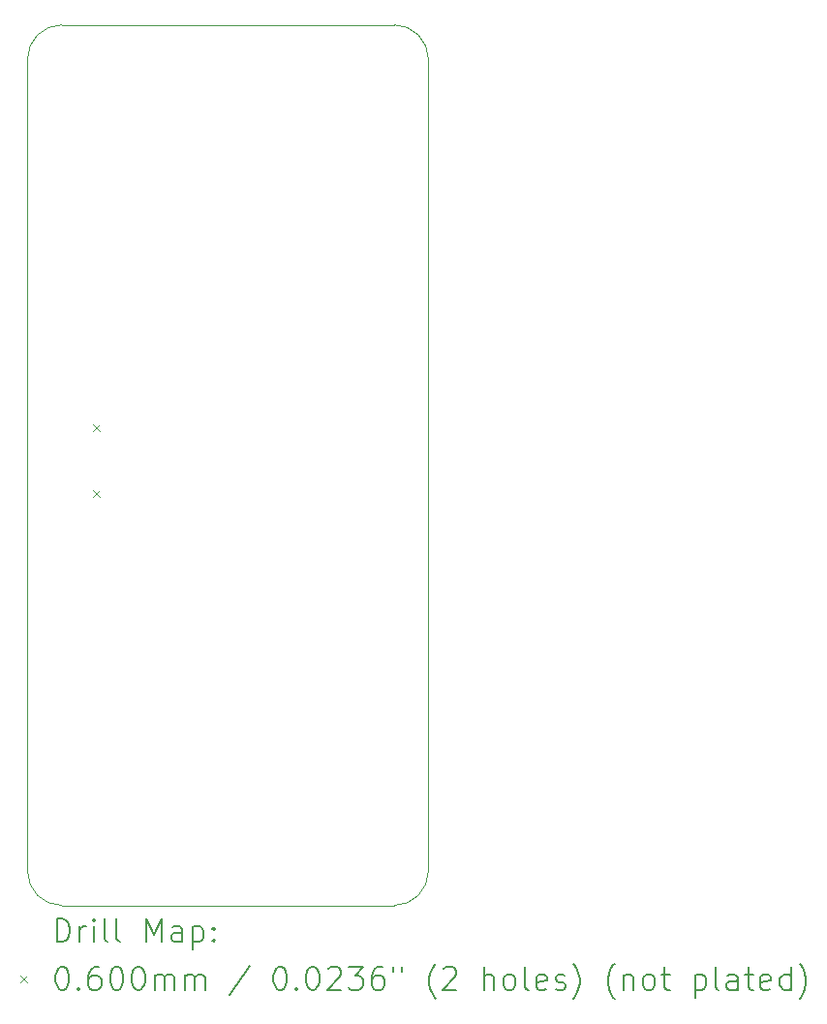
<source format=gbr>
%TF.GenerationSoftware,KiCad,Pcbnew,7.0.5*%
%TF.CreationDate,2023-06-15T17:11:42+02:00*%
%TF.ProjectId,euroc_controller,6575726f-635f-4636-9f6e-74726f6c6c65,rev?*%
%TF.SameCoordinates,Original*%
%TF.FileFunction,Drillmap*%
%TF.FilePolarity,Positive*%
%FSLAX45Y45*%
G04 Gerber Fmt 4.5, Leading zero omitted, Abs format (unit mm)*
G04 Created by KiCad (PCBNEW 7.0.5) date 2023-06-15 17:11:42*
%MOMM*%
%LPD*%
G01*
G04 APERTURE LIST*
%ADD10C,0.100000*%
%ADD11C,0.200000*%
%ADD12C,0.060000*%
G04 APERTURE END LIST*
D10*
X16733800Y-4445000D02*
G75*
G03*
X16433800Y-4745000I0J-300000D01*
G01*
X16433800Y-4745000D02*
X16433800Y-11841200D01*
X19939000Y-4745000D02*
G75*
G03*
X19639000Y-4445000I-300000J0D01*
G01*
X19639000Y-4445000D02*
X16733800Y-4445000D01*
X16733800Y-12141200D02*
X19639000Y-12141200D01*
X19639000Y-12141200D02*
G75*
G03*
X19939000Y-11841200I0J300000D01*
G01*
X16433800Y-11841200D02*
G75*
G03*
X16733800Y-12141200I300000J0D01*
G01*
X19939000Y-11841200D02*
X19939000Y-4745000D01*
D11*
D12*
X17006000Y-7936000D02*
X17066000Y-7996000D01*
X17066000Y-7936000D02*
X17006000Y-7996000D01*
X17006000Y-8514000D02*
X17066000Y-8574000D01*
X17066000Y-8514000D02*
X17006000Y-8574000D01*
D11*
X16689577Y-12457684D02*
X16689577Y-12257684D01*
X16689577Y-12257684D02*
X16737196Y-12257684D01*
X16737196Y-12257684D02*
X16765767Y-12267208D01*
X16765767Y-12267208D02*
X16784815Y-12286255D01*
X16784815Y-12286255D02*
X16794339Y-12305303D01*
X16794339Y-12305303D02*
X16803863Y-12343398D01*
X16803863Y-12343398D02*
X16803863Y-12371969D01*
X16803863Y-12371969D02*
X16794339Y-12410065D01*
X16794339Y-12410065D02*
X16784815Y-12429112D01*
X16784815Y-12429112D02*
X16765767Y-12448160D01*
X16765767Y-12448160D02*
X16737196Y-12457684D01*
X16737196Y-12457684D02*
X16689577Y-12457684D01*
X16889577Y-12457684D02*
X16889577Y-12324350D01*
X16889577Y-12362446D02*
X16899101Y-12343398D01*
X16899101Y-12343398D02*
X16908624Y-12333874D01*
X16908624Y-12333874D02*
X16927672Y-12324350D01*
X16927672Y-12324350D02*
X16946720Y-12324350D01*
X17013386Y-12457684D02*
X17013386Y-12324350D01*
X17013386Y-12257684D02*
X17003863Y-12267208D01*
X17003863Y-12267208D02*
X17013386Y-12276731D01*
X17013386Y-12276731D02*
X17022910Y-12267208D01*
X17022910Y-12267208D02*
X17013386Y-12257684D01*
X17013386Y-12257684D02*
X17013386Y-12276731D01*
X17137196Y-12457684D02*
X17118148Y-12448160D01*
X17118148Y-12448160D02*
X17108624Y-12429112D01*
X17108624Y-12429112D02*
X17108624Y-12257684D01*
X17241958Y-12457684D02*
X17222910Y-12448160D01*
X17222910Y-12448160D02*
X17213386Y-12429112D01*
X17213386Y-12429112D02*
X17213386Y-12257684D01*
X17470529Y-12457684D02*
X17470529Y-12257684D01*
X17470529Y-12257684D02*
X17537196Y-12400541D01*
X17537196Y-12400541D02*
X17603863Y-12257684D01*
X17603863Y-12257684D02*
X17603863Y-12457684D01*
X17784815Y-12457684D02*
X17784815Y-12352922D01*
X17784815Y-12352922D02*
X17775291Y-12333874D01*
X17775291Y-12333874D02*
X17756244Y-12324350D01*
X17756244Y-12324350D02*
X17718148Y-12324350D01*
X17718148Y-12324350D02*
X17699101Y-12333874D01*
X17784815Y-12448160D02*
X17765767Y-12457684D01*
X17765767Y-12457684D02*
X17718148Y-12457684D01*
X17718148Y-12457684D02*
X17699101Y-12448160D01*
X17699101Y-12448160D02*
X17689577Y-12429112D01*
X17689577Y-12429112D02*
X17689577Y-12410065D01*
X17689577Y-12410065D02*
X17699101Y-12391017D01*
X17699101Y-12391017D02*
X17718148Y-12381493D01*
X17718148Y-12381493D02*
X17765767Y-12381493D01*
X17765767Y-12381493D02*
X17784815Y-12371969D01*
X17880053Y-12324350D02*
X17880053Y-12524350D01*
X17880053Y-12333874D02*
X17899101Y-12324350D01*
X17899101Y-12324350D02*
X17937196Y-12324350D01*
X17937196Y-12324350D02*
X17956244Y-12333874D01*
X17956244Y-12333874D02*
X17965767Y-12343398D01*
X17965767Y-12343398D02*
X17975291Y-12362446D01*
X17975291Y-12362446D02*
X17975291Y-12419588D01*
X17975291Y-12419588D02*
X17965767Y-12438636D01*
X17965767Y-12438636D02*
X17956244Y-12448160D01*
X17956244Y-12448160D02*
X17937196Y-12457684D01*
X17937196Y-12457684D02*
X17899101Y-12457684D01*
X17899101Y-12457684D02*
X17880053Y-12448160D01*
X18061005Y-12438636D02*
X18070529Y-12448160D01*
X18070529Y-12448160D02*
X18061005Y-12457684D01*
X18061005Y-12457684D02*
X18051482Y-12448160D01*
X18051482Y-12448160D02*
X18061005Y-12438636D01*
X18061005Y-12438636D02*
X18061005Y-12457684D01*
X18061005Y-12333874D02*
X18070529Y-12343398D01*
X18070529Y-12343398D02*
X18061005Y-12352922D01*
X18061005Y-12352922D02*
X18051482Y-12343398D01*
X18051482Y-12343398D02*
X18061005Y-12333874D01*
X18061005Y-12333874D02*
X18061005Y-12352922D01*
D12*
X16368800Y-12756200D02*
X16428800Y-12816200D01*
X16428800Y-12756200D02*
X16368800Y-12816200D01*
D11*
X16727672Y-12677684D02*
X16746720Y-12677684D01*
X16746720Y-12677684D02*
X16765767Y-12687208D01*
X16765767Y-12687208D02*
X16775291Y-12696731D01*
X16775291Y-12696731D02*
X16784815Y-12715779D01*
X16784815Y-12715779D02*
X16794339Y-12753874D01*
X16794339Y-12753874D02*
X16794339Y-12801493D01*
X16794339Y-12801493D02*
X16784815Y-12839588D01*
X16784815Y-12839588D02*
X16775291Y-12858636D01*
X16775291Y-12858636D02*
X16765767Y-12868160D01*
X16765767Y-12868160D02*
X16746720Y-12877684D01*
X16746720Y-12877684D02*
X16727672Y-12877684D01*
X16727672Y-12877684D02*
X16708624Y-12868160D01*
X16708624Y-12868160D02*
X16699101Y-12858636D01*
X16699101Y-12858636D02*
X16689577Y-12839588D01*
X16689577Y-12839588D02*
X16680053Y-12801493D01*
X16680053Y-12801493D02*
X16680053Y-12753874D01*
X16680053Y-12753874D02*
X16689577Y-12715779D01*
X16689577Y-12715779D02*
X16699101Y-12696731D01*
X16699101Y-12696731D02*
X16708624Y-12687208D01*
X16708624Y-12687208D02*
X16727672Y-12677684D01*
X16880053Y-12858636D02*
X16889577Y-12868160D01*
X16889577Y-12868160D02*
X16880053Y-12877684D01*
X16880053Y-12877684D02*
X16870529Y-12868160D01*
X16870529Y-12868160D02*
X16880053Y-12858636D01*
X16880053Y-12858636D02*
X16880053Y-12877684D01*
X17061005Y-12677684D02*
X17022910Y-12677684D01*
X17022910Y-12677684D02*
X17003863Y-12687208D01*
X17003863Y-12687208D02*
X16994339Y-12696731D01*
X16994339Y-12696731D02*
X16975291Y-12725303D01*
X16975291Y-12725303D02*
X16965767Y-12763398D01*
X16965767Y-12763398D02*
X16965767Y-12839588D01*
X16965767Y-12839588D02*
X16975291Y-12858636D01*
X16975291Y-12858636D02*
X16984815Y-12868160D01*
X16984815Y-12868160D02*
X17003863Y-12877684D01*
X17003863Y-12877684D02*
X17041958Y-12877684D01*
X17041958Y-12877684D02*
X17061005Y-12868160D01*
X17061005Y-12868160D02*
X17070529Y-12858636D01*
X17070529Y-12858636D02*
X17080053Y-12839588D01*
X17080053Y-12839588D02*
X17080053Y-12791969D01*
X17080053Y-12791969D02*
X17070529Y-12772922D01*
X17070529Y-12772922D02*
X17061005Y-12763398D01*
X17061005Y-12763398D02*
X17041958Y-12753874D01*
X17041958Y-12753874D02*
X17003863Y-12753874D01*
X17003863Y-12753874D02*
X16984815Y-12763398D01*
X16984815Y-12763398D02*
X16975291Y-12772922D01*
X16975291Y-12772922D02*
X16965767Y-12791969D01*
X17203863Y-12677684D02*
X17222910Y-12677684D01*
X17222910Y-12677684D02*
X17241958Y-12687208D01*
X17241958Y-12687208D02*
X17251482Y-12696731D01*
X17251482Y-12696731D02*
X17261005Y-12715779D01*
X17261005Y-12715779D02*
X17270529Y-12753874D01*
X17270529Y-12753874D02*
X17270529Y-12801493D01*
X17270529Y-12801493D02*
X17261005Y-12839588D01*
X17261005Y-12839588D02*
X17251482Y-12858636D01*
X17251482Y-12858636D02*
X17241958Y-12868160D01*
X17241958Y-12868160D02*
X17222910Y-12877684D01*
X17222910Y-12877684D02*
X17203863Y-12877684D01*
X17203863Y-12877684D02*
X17184815Y-12868160D01*
X17184815Y-12868160D02*
X17175291Y-12858636D01*
X17175291Y-12858636D02*
X17165767Y-12839588D01*
X17165767Y-12839588D02*
X17156244Y-12801493D01*
X17156244Y-12801493D02*
X17156244Y-12753874D01*
X17156244Y-12753874D02*
X17165767Y-12715779D01*
X17165767Y-12715779D02*
X17175291Y-12696731D01*
X17175291Y-12696731D02*
X17184815Y-12687208D01*
X17184815Y-12687208D02*
X17203863Y-12677684D01*
X17394339Y-12677684D02*
X17413386Y-12677684D01*
X17413386Y-12677684D02*
X17432434Y-12687208D01*
X17432434Y-12687208D02*
X17441958Y-12696731D01*
X17441958Y-12696731D02*
X17451482Y-12715779D01*
X17451482Y-12715779D02*
X17461005Y-12753874D01*
X17461005Y-12753874D02*
X17461005Y-12801493D01*
X17461005Y-12801493D02*
X17451482Y-12839588D01*
X17451482Y-12839588D02*
X17441958Y-12858636D01*
X17441958Y-12858636D02*
X17432434Y-12868160D01*
X17432434Y-12868160D02*
X17413386Y-12877684D01*
X17413386Y-12877684D02*
X17394339Y-12877684D01*
X17394339Y-12877684D02*
X17375291Y-12868160D01*
X17375291Y-12868160D02*
X17365767Y-12858636D01*
X17365767Y-12858636D02*
X17356244Y-12839588D01*
X17356244Y-12839588D02*
X17346720Y-12801493D01*
X17346720Y-12801493D02*
X17346720Y-12753874D01*
X17346720Y-12753874D02*
X17356244Y-12715779D01*
X17356244Y-12715779D02*
X17365767Y-12696731D01*
X17365767Y-12696731D02*
X17375291Y-12687208D01*
X17375291Y-12687208D02*
X17394339Y-12677684D01*
X17546720Y-12877684D02*
X17546720Y-12744350D01*
X17546720Y-12763398D02*
X17556244Y-12753874D01*
X17556244Y-12753874D02*
X17575291Y-12744350D01*
X17575291Y-12744350D02*
X17603863Y-12744350D01*
X17603863Y-12744350D02*
X17622910Y-12753874D01*
X17622910Y-12753874D02*
X17632434Y-12772922D01*
X17632434Y-12772922D02*
X17632434Y-12877684D01*
X17632434Y-12772922D02*
X17641958Y-12753874D01*
X17641958Y-12753874D02*
X17661005Y-12744350D01*
X17661005Y-12744350D02*
X17689577Y-12744350D01*
X17689577Y-12744350D02*
X17708625Y-12753874D01*
X17708625Y-12753874D02*
X17718148Y-12772922D01*
X17718148Y-12772922D02*
X17718148Y-12877684D01*
X17813386Y-12877684D02*
X17813386Y-12744350D01*
X17813386Y-12763398D02*
X17822910Y-12753874D01*
X17822910Y-12753874D02*
X17841958Y-12744350D01*
X17841958Y-12744350D02*
X17870529Y-12744350D01*
X17870529Y-12744350D02*
X17889577Y-12753874D01*
X17889577Y-12753874D02*
X17899101Y-12772922D01*
X17899101Y-12772922D02*
X17899101Y-12877684D01*
X17899101Y-12772922D02*
X17908625Y-12753874D01*
X17908625Y-12753874D02*
X17927672Y-12744350D01*
X17927672Y-12744350D02*
X17956244Y-12744350D01*
X17956244Y-12744350D02*
X17975291Y-12753874D01*
X17975291Y-12753874D02*
X17984815Y-12772922D01*
X17984815Y-12772922D02*
X17984815Y-12877684D01*
X18375291Y-12668160D02*
X18203863Y-12925303D01*
X18632434Y-12677684D02*
X18651482Y-12677684D01*
X18651482Y-12677684D02*
X18670529Y-12687208D01*
X18670529Y-12687208D02*
X18680053Y-12696731D01*
X18680053Y-12696731D02*
X18689577Y-12715779D01*
X18689577Y-12715779D02*
X18699101Y-12753874D01*
X18699101Y-12753874D02*
X18699101Y-12801493D01*
X18699101Y-12801493D02*
X18689577Y-12839588D01*
X18689577Y-12839588D02*
X18680053Y-12858636D01*
X18680053Y-12858636D02*
X18670529Y-12868160D01*
X18670529Y-12868160D02*
X18651482Y-12877684D01*
X18651482Y-12877684D02*
X18632434Y-12877684D01*
X18632434Y-12877684D02*
X18613387Y-12868160D01*
X18613387Y-12868160D02*
X18603863Y-12858636D01*
X18603863Y-12858636D02*
X18594339Y-12839588D01*
X18594339Y-12839588D02*
X18584815Y-12801493D01*
X18584815Y-12801493D02*
X18584815Y-12753874D01*
X18584815Y-12753874D02*
X18594339Y-12715779D01*
X18594339Y-12715779D02*
X18603863Y-12696731D01*
X18603863Y-12696731D02*
X18613387Y-12687208D01*
X18613387Y-12687208D02*
X18632434Y-12677684D01*
X18784815Y-12858636D02*
X18794339Y-12868160D01*
X18794339Y-12868160D02*
X18784815Y-12877684D01*
X18784815Y-12877684D02*
X18775291Y-12868160D01*
X18775291Y-12868160D02*
X18784815Y-12858636D01*
X18784815Y-12858636D02*
X18784815Y-12877684D01*
X18918148Y-12677684D02*
X18937196Y-12677684D01*
X18937196Y-12677684D02*
X18956244Y-12687208D01*
X18956244Y-12687208D02*
X18965768Y-12696731D01*
X18965768Y-12696731D02*
X18975291Y-12715779D01*
X18975291Y-12715779D02*
X18984815Y-12753874D01*
X18984815Y-12753874D02*
X18984815Y-12801493D01*
X18984815Y-12801493D02*
X18975291Y-12839588D01*
X18975291Y-12839588D02*
X18965768Y-12858636D01*
X18965768Y-12858636D02*
X18956244Y-12868160D01*
X18956244Y-12868160D02*
X18937196Y-12877684D01*
X18937196Y-12877684D02*
X18918148Y-12877684D01*
X18918148Y-12877684D02*
X18899101Y-12868160D01*
X18899101Y-12868160D02*
X18889577Y-12858636D01*
X18889577Y-12858636D02*
X18880053Y-12839588D01*
X18880053Y-12839588D02*
X18870529Y-12801493D01*
X18870529Y-12801493D02*
X18870529Y-12753874D01*
X18870529Y-12753874D02*
X18880053Y-12715779D01*
X18880053Y-12715779D02*
X18889577Y-12696731D01*
X18889577Y-12696731D02*
X18899101Y-12687208D01*
X18899101Y-12687208D02*
X18918148Y-12677684D01*
X19061006Y-12696731D02*
X19070529Y-12687208D01*
X19070529Y-12687208D02*
X19089577Y-12677684D01*
X19089577Y-12677684D02*
X19137196Y-12677684D01*
X19137196Y-12677684D02*
X19156244Y-12687208D01*
X19156244Y-12687208D02*
X19165768Y-12696731D01*
X19165768Y-12696731D02*
X19175291Y-12715779D01*
X19175291Y-12715779D02*
X19175291Y-12734827D01*
X19175291Y-12734827D02*
X19165768Y-12763398D01*
X19165768Y-12763398D02*
X19051482Y-12877684D01*
X19051482Y-12877684D02*
X19175291Y-12877684D01*
X19241958Y-12677684D02*
X19365768Y-12677684D01*
X19365768Y-12677684D02*
X19299101Y-12753874D01*
X19299101Y-12753874D02*
X19327672Y-12753874D01*
X19327672Y-12753874D02*
X19346720Y-12763398D01*
X19346720Y-12763398D02*
X19356244Y-12772922D01*
X19356244Y-12772922D02*
X19365768Y-12791969D01*
X19365768Y-12791969D02*
X19365768Y-12839588D01*
X19365768Y-12839588D02*
X19356244Y-12858636D01*
X19356244Y-12858636D02*
X19346720Y-12868160D01*
X19346720Y-12868160D02*
X19327672Y-12877684D01*
X19327672Y-12877684D02*
X19270529Y-12877684D01*
X19270529Y-12877684D02*
X19251482Y-12868160D01*
X19251482Y-12868160D02*
X19241958Y-12858636D01*
X19537196Y-12677684D02*
X19499101Y-12677684D01*
X19499101Y-12677684D02*
X19480053Y-12687208D01*
X19480053Y-12687208D02*
X19470529Y-12696731D01*
X19470529Y-12696731D02*
X19451482Y-12725303D01*
X19451482Y-12725303D02*
X19441958Y-12763398D01*
X19441958Y-12763398D02*
X19441958Y-12839588D01*
X19441958Y-12839588D02*
X19451482Y-12858636D01*
X19451482Y-12858636D02*
X19461006Y-12868160D01*
X19461006Y-12868160D02*
X19480053Y-12877684D01*
X19480053Y-12877684D02*
X19518149Y-12877684D01*
X19518149Y-12877684D02*
X19537196Y-12868160D01*
X19537196Y-12868160D02*
X19546720Y-12858636D01*
X19546720Y-12858636D02*
X19556244Y-12839588D01*
X19556244Y-12839588D02*
X19556244Y-12791969D01*
X19556244Y-12791969D02*
X19546720Y-12772922D01*
X19546720Y-12772922D02*
X19537196Y-12763398D01*
X19537196Y-12763398D02*
X19518149Y-12753874D01*
X19518149Y-12753874D02*
X19480053Y-12753874D01*
X19480053Y-12753874D02*
X19461006Y-12763398D01*
X19461006Y-12763398D02*
X19451482Y-12772922D01*
X19451482Y-12772922D02*
X19441958Y-12791969D01*
X19632434Y-12677684D02*
X19632434Y-12715779D01*
X19708625Y-12677684D02*
X19708625Y-12715779D01*
X20003863Y-12953874D02*
X19994339Y-12944350D01*
X19994339Y-12944350D02*
X19975291Y-12915779D01*
X19975291Y-12915779D02*
X19965768Y-12896731D01*
X19965768Y-12896731D02*
X19956244Y-12868160D01*
X19956244Y-12868160D02*
X19946720Y-12820541D01*
X19946720Y-12820541D02*
X19946720Y-12782446D01*
X19946720Y-12782446D02*
X19956244Y-12734827D01*
X19956244Y-12734827D02*
X19965768Y-12706255D01*
X19965768Y-12706255D02*
X19975291Y-12687208D01*
X19975291Y-12687208D02*
X19994339Y-12658636D01*
X19994339Y-12658636D02*
X20003863Y-12649112D01*
X20070530Y-12696731D02*
X20080053Y-12687208D01*
X20080053Y-12687208D02*
X20099101Y-12677684D01*
X20099101Y-12677684D02*
X20146720Y-12677684D01*
X20146720Y-12677684D02*
X20165768Y-12687208D01*
X20165768Y-12687208D02*
X20175291Y-12696731D01*
X20175291Y-12696731D02*
X20184815Y-12715779D01*
X20184815Y-12715779D02*
X20184815Y-12734827D01*
X20184815Y-12734827D02*
X20175291Y-12763398D01*
X20175291Y-12763398D02*
X20061006Y-12877684D01*
X20061006Y-12877684D02*
X20184815Y-12877684D01*
X20422911Y-12877684D02*
X20422911Y-12677684D01*
X20508625Y-12877684D02*
X20508625Y-12772922D01*
X20508625Y-12772922D02*
X20499101Y-12753874D01*
X20499101Y-12753874D02*
X20480053Y-12744350D01*
X20480053Y-12744350D02*
X20451482Y-12744350D01*
X20451482Y-12744350D02*
X20432434Y-12753874D01*
X20432434Y-12753874D02*
X20422911Y-12763398D01*
X20632434Y-12877684D02*
X20613387Y-12868160D01*
X20613387Y-12868160D02*
X20603863Y-12858636D01*
X20603863Y-12858636D02*
X20594339Y-12839588D01*
X20594339Y-12839588D02*
X20594339Y-12782446D01*
X20594339Y-12782446D02*
X20603863Y-12763398D01*
X20603863Y-12763398D02*
X20613387Y-12753874D01*
X20613387Y-12753874D02*
X20632434Y-12744350D01*
X20632434Y-12744350D02*
X20661006Y-12744350D01*
X20661006Y-12744350D02*
X20680053Y-12753874D01*
X20680053Y-12753874D02*
X20689577Y-12763398D01*
X20689577Y-12763398D02*
X20699101Y-12782446D01*
X20699101Y-12782446D02*
X20699101Y-12839588D01*
X20699101Y-12839588D02*
X20689577Y-12858636D01*
X20689577Y-12858636D02*
X20680053Y-12868160D01*
X20680053Y-12868160D02*
X20661006Y-12877684D01*
X20661006Y-12877684D02*
X20632434Y-12877684D01*
X20813387Y-12877684D02*
X20794339Y-12868160D01*
X20794339Y-12868160D02*
X20784815Y-12849112D01*
X20784815Y-12849112D02*
X20784815Y-12677684D01*
X20965768Y-12868160D02*
X20946720Y-12877684D01*
X20946720Y-12877684D02*
X20908625Y-12877684D01*
X20908625Y-12877684D02*
X20889577Y-12868160D01*
X20889577Y-12868160D02*
X20880053Y-12849112D01*
X20880053Y-12849112D02*
X20880053Y-12772922D01*
X20880053Y-12772922D02*
X20889577Y-12753874D01*
X20889577Y-12753874D02*
X20908625Y-12744350D01*
X20908625Y-12744350D02*
X20946720Y-12744350D01*
X20946720Y-12744350D02*
X20965768Y-12753874D01*
X20965768Y-12753874D02*
X20975292Y-12772922D01*
X20975292Y-12772922D02*
X20975292Y-12791969D01*
X20975292Y-12791969D02*
X20880053Y-12811017D01*
X21051482Y-12868160D02*
X21070530Y-12877684D01*
X21070530Y-12877684D02*
X21108625Y-12877684D01*
X21108625Y-12877684D02*
X21127673Y-12868160D01*
X21127673Y-12868160D02*
X21137196Y-12849112D01*
X21137196Y-12849112D02*
X21137196Y-12839588D01*
X21137196Y-12839588D02*
X21127673Y-12820541D01*
X21127673Y-12820541D02*
X21108625Y-12811017D01*
X21108625Y-12811017D02*
X21080053Y-12811017D01*
X21080053Y-12811017D02*
X21061006Y-12801493D01*
X21061006Y-12801493D02*
X21051482Y-12782446D01*
X21051482Y-12782446D02*
X21051482Y-12772922D01*
X21051482Y-12772922D02*
X21061006Y-12753874D01*
X21061006Y-12753874D02*
X21080053Y-12744350D01*
X21080053Y-12744350D02*
X21108625Y-12744350D01*
X21108625Y-12744350D02*
X21127673Y-12753874D01*
X21203863Y-12953874D02*
X21213387Y-12944350D01*
X21213387Y-12944350D02*
X21232434Y-12915779D01*
X21232434Y-12915779D02*
X21241958Y-12896731D01*
X21241958Y-12896731D02*
X21251482Y-12868160D01*
X21251482Y-12868160D02*
X21261006Y-12820541D01*
X21261006Y-12820541D02*
X21261006Y-12782446D01*
X21261006Y-12782446D02*
X21251482Y-12734827D01*
X21251482Y-12734827D02*
X21241958Y-12706255D01*
X21241958Y-12706255D02*
X21232434Y-12687208D01*
X21232434Y-12687208D02*
X21213387Y-12658636D01*
X21213387Y-12658636D02*
X21203863Y-12649112D01*
X21565768Y-12953874D02*
X21556244Y-12944350D01*
X21556244Y-12944350D02*
X21537196Y-12915779D01*
X21537196Y-12915779D02*
X21527673Y-12896731D01*
X21527673Y-12896731D02*
X21518149Y-12868160D01*
X21518149Y-12868160D02*
X21508625Y-12820541D01*
X21508625Y-12820541D02*
X21508625Y-12782446D01*
X21508625Y-12782446D02*
X21518149Y-12734827D01*
X21518149Y-12734827D02*
X21527673Y-12706255D01*
X21527673Y-12706255D02*
X21537196Y-12687208D01*
X21537196Y-12687208D02*
X21556244Y-12658636D01*
X21556244Y-12658636D02*
X21565768Y-12649112D01*
X21641958Y-12744350D02*
X21641958Y-12877684D01*
X21641958Y-12763398D02*
X21651482Y-12753874D01*
X21651482Y-12753874D02*
X21670530Y-12744350D01*
X21670530Y-12744350D02*
X21699101Y-12744350D01*
X21699101Y-12744350D02*
X21718149Y-12753874D01*
X21718149Y-12753874D02*
X21727673Y-12772922D01*
X21727673Y-12772922D02*
X21727673Y-12877684D01*
X21851482Y-12877684D02*
X21832434Y-12868160D01*
X21832434Y-12868160D02*
X21822911Y-12858636D01*
X21822911Y-12858636D02*
X21813387Y-12839588D01*
X21813387Y-12839588D02*
X21813387Y-12782446D01*
X21813387Y-12782446D02*
X21822911Y-12763398D01*
X21822911Y-12763398D02*
X21832434Y-12753874D01*
X21832434Y-12753874D02*
X21851482Y-12744350D01*
X21851482Y-12744350D02*
X21880054Y-12744350D01*
X21880054Y-12744350D02*
X21899101Y-12753874D01*
X21899101Y-12753874D02*
X21908625Y-12763398D01*
X21908625Y-12763398D02*
X21918149Y-12782446D01*
X21918149Y-12782446D02*
X21918149Y-12839588D01*
X21918149Y-12839588D02*
X21908625Y-12858636D01*
X21908625Y-12858636D02*
X21899101Y-12868160D01*
X21899101Y-12868160D02*
X21880054Y-12877684D01*
X21880054Y-12877684D02*
X21851482Y-12877684D01*
X21975292Y-12744350D02*
X22051482Y-12744350D01*
X22003863Y-12677684D02*
X22003863Y-12849112D01*
X22003863Y-12849112D02*
X22013387Y-12868160D01*
X22013387Y-12868160D02*
X22032434Y-12877684D01*
X22032434Y-12877684D02*
X22051482Y-12877684D01*
X22270530Y-12744350D02*
X22270530Y-12944350D01*
X22270530Y-12753874D02*
X22289577Y-12744350D01*
X22289577Y-12744350D02*
X22327673Y-12744350D01*
X22327673Y-12744350D02*
X22346720Y-12753874D01*
X22346720Y-12753874D02*
X22356244Y-12763398D01*
X22356244Y-12763398D02*
X22365768Y-12782446D01*
X22365768Y-12782446D02*
X22365768Y-12839588D01*
X22365768Y-12839588D02*
X22356244Y-12858636D01*
X22356244Y-12858636D02*
X22346720Y-12868160D01*
X22346720Y-12868160D02*
X22327673Y-12877684D01*
X22327673Y-12877684D02*
X22289577Y-12877684D01*
X22289577Y-12877684D02*
X22270530Y-12868160D01*
X22480053Y-12877684D02*
X22461006Y-12868160D01*
X22461006Y-12868160D02*
X22451482Y-12849112D01*
X22451482Y-12849112D02*
X22451482Y-12677684D01*
X22641958Y-12877684D02*
X22641958Y-12772922D01*
X22641958Y-12772922D02*
X22632434Y-12753874D01*
X22632434Y-12753874D02*
X22613387Y-12744350D01*
X22613387Y-12744350D02*
X22575292Y-12744350D01*
X22575292Y-12744350D02*
X22556244Y-12753874D01*
X22641958Y-12868160D02*
X22622911Y-12877684D01*
X22622911Y-12877684D02*
X22575292Y-12877684D01*
X22575292Y-12877684D02*
X22556244Y-12868160D01*
X22556244Y-12868160D02*
X22546720Y-12849112D01*
X22546720Y-12849112D02*
X22546720Y-12830065D01*
X22546720Y-12830065D02*
X22556244Y-12811017D01*
X22556244Y-12811017D02*
X22575292Y-12801493D01*
X22575292Y-12801493D02*
X22622911Y-12801493D01*
X22622911Y-12801493D02*
X22641958Y-12791969D01*
X22708625Y-12744350D02*
X22784815Y-12744350D01*
X22737196Y-12677684D02*
X22737196Y-12849112D01*
X22737196Y-12849112D02*
X22746720Y-12868160D01*
X22746720Y-12868160D02*
X22765768Y-12877684D01*
X22765768Y-12877684D02*
X22784815Y-12877684D01*
X22927673Y-12868160D02*
X22908625Y-12877684D01*
X22908625Y-12877684D02*
X22870530Y-12877684D01*
X22870530Y-12877684D02*
X22851482Y-12868160D01*
X22851482Y-12868160D02*
X22841958Y-12849112D01*
X22841958Y-12849112D02*
X22841958Y-12772922D01*
X22841958Y-12772922D02*
X22851482Y-12753874D01*
X22851482Y-12753874D02*
X22870530Y-12744350D01*
X22870530Y-12744350D02*
X22908625Y-12744350D01*
X22908625Y-12744350D02*
X22927673Y-12753874D01*
X22927673Y-12753874D02*
X22937196Y-12772922D01*
X22937196Y-12772922D02*
X22937196Y-12791969D01*
X22937196Y-12791969D02*
X22841958Y-12811017D01*
X23108625Y-12877684D02*
X23108625Y-12677684D01*
X23108625Y-12868160D02*
X23089577Y-12877684D01*
X23089577Y-12877684D02*
X23051482Y-12877684D01*
X23051482Y-12877684D02*
X23032434Y-12868160D01*
X23032434Y-12868160D02*
X23022911Y-12858636D01*
X23022911Y-12858636D02*
X23013387Y-12839588D01*
X23013387Y-12839588D02*
X23013387Y-12782446D01*
X23013387Y-12782446D02*
X23022911Y-12763398D01*
X23022911Y-12763398D02*
X23032434Y-12753874D01*
X23032434Y-12753874D02*
X23051482Y-12744350D01*
X23051482Y-12744350D02*
X23089577Y-12744350D01*
X23089577Y-12744350D02*
X23108625Y-12753874D01*
X23184815Y-12953874D02*
X23194339Y-12944350D01*
X23194339Y-12944350D02*
X23213387Y-12915779D01*
X23213387Y-12915779D02*
X23222911Y-12896731D01*
X23222911Y-12896731D02*
X23232434Y-12868160D01*
X23232434Y-12868160D02*
X23241958Y-12820541D01*
X23241958Y-12820541D02*
X23241958Y-12782446D01*
X23241958Y-12782446D02*
X23232434Y-12734827D01*
X23232434Y-12734827D02*
X23222911Y-12706255D01*
X23222911Y-12706255D02*
X23213387Y-12687208D01*
X23213387Y-12687208D02*
X23194339Y-12658636D01*
X23194339Y-12658636D02*
X23184815Y-12649112D01*
M02*

</source>
